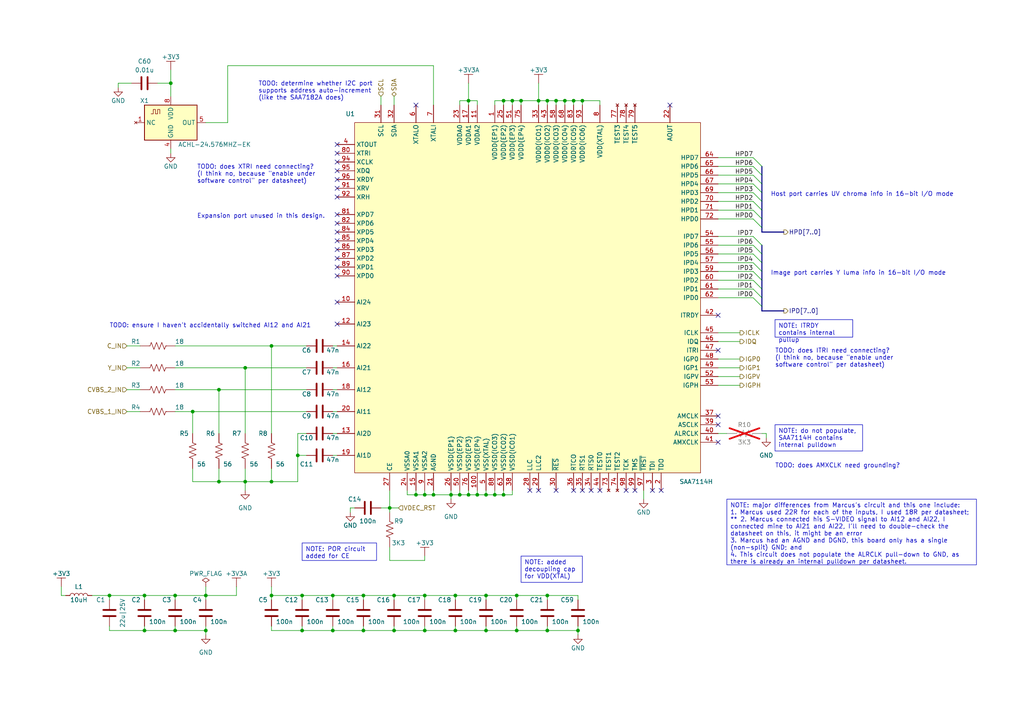
<source format=kicad_sch>
(kicad_sch (version 20231120) (generator "eeschema") (generator_version "8.0")
  (paper "A4")
  (title_block (title "Time Base Corrector and Video Scaler") (date "2024-01-15") (rev "1"))
  (lib_symbols
    (symbol "tbc:+3V3" (power) (pin_numbers hide) (pin_names (offset 1.016) hide)
      (property "Value" "+3V3" (at 0 3.81 0))
      (symbol "+3V3_0_1"
        (polyline (pts (xy -1.27 2.54) (xy 1.27 2.54)))
        (polyline (pts (xy 0 0) (xy 0 2.54)))
      )
      (symbol "+3V3_1_1"
        (pin power_in line (at 0 0 90) (length 0) hide (name "+3V3") (number "1"))
      )
    )
    (symbol "tbc:+3V3A" (power) (pin_numbers hide) (pin_names (offset 1.016) hide)
      (property "Value" "+3V3A" (at 0 3.81 0))
      (symbol "+3V3A_0_1"
        (polyline (pts (xy -1.27 2.54) (xy 1.27 2.54)))
        (polyline (pts (xy 0 0) (xy 0 2.54)))
      )
      (symbol "+3V3A_1_1"
        (pin power_in line (at 0 0 90) (length 0) hide (name "+3V3A") (number "1"))
      )
    )
    (symbol "tbc:ACHL-24.576MHZ-EK"
      (property "Reference" "X" (at -7.62 6.35 0))
      (property "Value" "ACHL-24.576MHZ-EK" (at 1.27 -6.35 0))
      (symbol "ACHL-24.576MHZ-EK_0_1"
        (rectangle (start -7.62 5.08) (end 7.62 -5.08) (stroke (width 0.254)) (fill (type background)))
        (polyline (pts (xy -5.715 2.54) (xy -5.08 2.54) (xy -5.08 3.81) (xy -4.445 3.81) (xy -4.445 2.54) (xy -3.81 2.54) (xy -3.81 3.81) (xy -3.175 3.81) (xy -3.175 2.54)))
      )
      (symbol "ACHL-24.576MHZ-EK_1_1"
        (pin no_connect line (at -10.16 0 0) (length 2.54) (name "NC") (number "1"))
        (pin power_in line (at 0 -7.62 90) (length 2.54) (name "GND") (number "4"))
        (pin output line (at 10.16 0 180) (length 2.54) (name "OUT") (number "5"))
        (pin power_in line (at 0 7.62 270) (length 2.54) (name "VDD") (number "8"))
      )
    )
    (symbol "tbc:DFE201610E-100M=P2" (pin_numbers hide) (pin_names hide)
      (property "Reference" "L" (at -3.81 2.54 0))
      (property "Value" "10uH" (at 0 -1.27 0))
      (symbol "DFE201610E-100M=P2_0_1"
        (arc (start -1.27 0) (mid -1.905 0.6323) (end -2.54 0))
        (arc (start 0 0) (mid -0.635 0.6323) (end -1.27 0))
        (arc (start 1.27 0) (mid 0.635 0.6323) (end 0 0))
        (arc (start 2.54 0) (mid 1.905 0.6323) (end 1.27 0))
      )
      (symbol "DFE201610E-100M=P2_1_1"
        (pin passive line (at -3.81 0 0) (length 1.27) (name "1") (number "1"))
        (pin passive line (at 3.81 0 180) (length 1.27) (name "2") (number "2"))
      )
    )
    (symbol "tbc:GCJ188R71E473KA01D" (pin_numbers hide) (pin_names (offset 1.016))
      (property "Reference" "C" (at 0 3.81 0))
      (property "Value" "47n" (at 0 -3.81 0))
      (symbol "GCJ188R71E473KA01D_0_1"
        (rectangle (start -0.889 1.778) (end -0.889 -1.778) (stroke (width 0.508)))
        (rectangle (start 0.889 1.778) (end 0.889 -1.778) (stroke (width 0.508)))
      )
      (symbol "GCJ188R71E473KA01D_1_1"
        (pin passive line (at -3.81 0 0) (length 2.794) (name "~") (number "1"))
        (pin passive line (at 3.81 0 180) (length 2.794) (name "~") (number "2"))
      )
    )
    (symbol "tbc:GCJ188R71H104KA12D" (pin_numbers hide) (pin_names (offset 1.016))
      (property "Reference" "C" (at 0 3.81 0))
      (property "Value" "100n" (at 0 -3.81 0))
      (symbol "GCJ188R71H104KA12D_0_1"
        (rectangle (start -0.889 1.778) (end -0.889 -1.778) (stroke (width 0.508)))
        (rectangle (start 0.889 1.778) (end 0.889 -1.778) (stroke (width 0.508)))
      )
      (symbol "GCJ188R71H104KA12D_1_1"
        (pin passive line (at -3.81 0 0) (length 2.794) (name "~") (number "1"))
        (pin passive line (at 3.81 0 180) (length 2.794) (name "~") (number "2"))
      )
    )
    (symbol "tbc:GCM188R71H103KA37J" (pin_numbers hide) (pin_names (offset 1.016))
      (property "Reference" "C" (at 0 3.81 0))
      (property "Value" "0.01u" (at 0 -3.81 0))
      (symbol "GCM188R71H103KA37J_0_1"
        (rectangle (start -0.889 1.778) (end -0.889 -1.778) (stroke (width 0.508)))
        (rectangle (start 0.889 1.778) (end 0.889 -1.778) (stroke (width 0.508)))
      )
      (symbol "GCM188R71H103KA37J_1_1"
        (pin passive line (at -3.81 0 0) (length 2.794) (name "~") (number "1"))
        (pin passive line (at 3.81 0 180) (length 2.794) (name "~") (number "2"))
      )
    )
    (symbol "tbc:GND" (power) (pin_numbers hide) (pin_names (offset 0) hide)
      (property "Value" "GND" (at 0 -3.81 0))
      (symbol "GND_0_1"
        (polyline (pts (xy 0 0) (xy 0 -1.27) (xy 1.27 -1.27) (xy 0 -2.54) (xy -1.27 -1.27) (xy 0 -1.27)))
      )
      (symbol "GND_1_1"
        (pin power_in line (at 0 0 270) (length 0) hide (name "GND") (number "1"))
      )
    )
    (symbol "tbc:GRM32ER71E226KE15L" (pin_numbers hide) (pin_names (offset 1.016))
      (property "Reference" "C" (at 0 3.81 0))
      (property "Value" "22u|25V" (at 0 -3.81 0))
      (symbol "GRM32ER71E226KE15L_0_1"
        (rectangle (start -0.889 1.778) (end -0.889 -1.778) (stroke (width 0.508)))
        (rectangle (start 0.889 1.778) (end 0.889 -1.778) (stroke (width 0.508)))
      )
      (symbol "GRM32ER71E226KE15L_1_1"
        (pin passive line (at -3.81 0 0) (length 2.794) (name "~") (number "1"))
        (pin passive line (at 3.81 0 180) (length 2.794) (name "~") (number "2"))
      )
    )
    (symbol "tbc:PWR_FLAG" (power) (pin_numbers hide) (pin_names (offset 0) hide)
      (property "Value" "PWR_FLAG" (at 0 3.81 0))
      (symbol "PWR_FLAG_0_0"
        (pin power_out line (at 0 0 90) (length 0) (name "pwr") (number "1"))
      )
      (symbol "PWR_FLAG_0_1"
        (polyline (pts (xy 0 0) (xy 0 1.27) (xy -1.016 1.905) (xy 0 2.54) (xy 1.016 1.905) (xy 0 1.27)))
      )
    )
    (symbol "tbc:RC0603FR-0718RL" (pin_numbers hide) (pin_names (offset 1.016))
      (property "Reference" "R" (at -2.54 2.54 0))
      (property "Value" "18" (at 0 -2.54 0))
      (symbol "RC0603FR-0718RL_0_1"
        (polyline (pts (xy -2.2225 0) (xy -2.4765 0)))
        (polyline (pts (xy 2.3495 0) (xy 2.6035 0)))
        (polyline (pts (xy -2.2225 0) (xy -1.8415 1.016) (xy -1.4605 0) (xy -1.0795 -1.016) (xy -0.6985 0)))
        (polyline (pts (xy -0.6985 0) (xy -0.3175 1.016) (xy 0.0635 0) (xy 0.4445 -1.016) (xy 0.8255 0)))
        (polyline (pts (xy 0.8255 0) (xy 1.2065 1.016) (xy 1.5875 0) (xy 1.9685 -1.016) (xy 2.3495 0)))
      )
      (symbol "RC0603FR-0718RL_1_1"
        (pin passive line (at -5.08 0 0) (length 2.54) (name "~") (number "1"))
        (pin passive line (at 5.08 0 180) (length 2.54) (name "~") (number "2"))
      )
    )
    (symbol "tbc:RC0603FR-073K3L" (pin_numbers hide) (pin_names (offset 1.016))
      (property "Reference" "R" (at 0 -2.54 0))
      (property "Value" "3K3" (at 0 2.54 0))
      (symbol "RC0603FR-073K3L_0_1"
        (polyline (pts (xy -2.2225 0) (xy -2.4765 0)))
        (polyline (pts (xy 2.3495 0) (xy 2.6035 0)))
        (polyline (pts (xy -2.2225 0) (xy -1.8415 1.016) (xy -1.4605 0) (xy -1.0795 -1.016) (xy -0.6985 0)))
        (polyline (pts (xy -0.6985 0) (xy -0.3175 1.016) (xy 0.0635 0) (xy 0.4445 -1.016) (xy 0.8255 0)))
        (polyline (pts (xy 0.8255 0) (xy 1.2065 1.016) (xy 1.5875 0) (xy 1.9685 -1.016) (xy 2.3495 0)))
      )
      (symbol "RC0603FR-073K3L_1_1"
        (pin passive line (at -5.08 0 0) (length 2.54) (name "~") (number "1"))
        (pin passive line (at 5.08 0 180) (length 2.54) (name "~") (number "2"))
      )
    )
    (symbol "tbc:RC0603FR-0756RL" (pin_numbers hide) (pin_names (offset 1.016))
      (property "Reference" "R" (at -2.54 2.54 0))
      (property "Value" "56" (at 0 -2.54 0))
      (symbol "RC0603FR-0756RL_0_1"
        (polyline (pts (xy -2.2225 0) (xy -2.4765 0)))
        (polyline (pts (xy 2.3495 0) (xy 2.6035 0)))
        (polyline (pts (xy -2.2225 0) (xy -1.8415 1.016) (xy -1.4605 0) (xy -1.0795 -1.016) (xy -0.6985 0)))
        (polyline (pts (xy -0.6985 0) (xy -0.3175 1.016) (xy 0.0635 0) (xy 0.4445 -1.016) (xy 0.8255 0)))
        (polyline (pts (xy 0.8255 0) (xy 1.2065 1.016) (xy 1.5875 0) (xy 1.9685 -1.016) (xy 2.3495 0)))
      )
      (symbol "RC0603FR-0756RL_1_1"
        (pin passive line (at -5.08 0 0) (length 2.54) (name "~") (number "1"))
        (pin passive line (at 5.08 0 180) (length 2.54) (name "~") (number "2"))
      )
    )
    (symbol "tbc:SAA7114H"
      (property "Reference" "U" (at -50.8 53.34 0))
      (property "Value" "SAA7114H" (at -6.35 45.72 90))
      (symbol "SAA7114H_1_1"
        (rectangle (start -50.8 50.8) (end 49.53 -50.8) (fill (type background)))
        (pin power_in line (at -10.16 55.88 270) (length 5.08) (name "VDDD(EP1)") (number "1"))
        (pin input line (at -55.88 -1.27 0) (length 5.08) (name "AI24") (number "10"))
        (pin power_in line (at -15.24 -55.88 90) (length 5.08) (name "VSSD(EP4)") (number "100"))
        (pin power_in line (at -15.24 55.88 270) (length 5.08) (name "VDDA2") (number "11"))
        (pin input line (at -55.88 -7.62 0) (length 5.08) (name "AI23") (number "12"))
        (pin input line (at -55.88 -39.37 0) (length 5.08) (name "AI2D") (number "13"))
        (pin input line (at -55.88 -13.97 0) (length 5.08) (name "AI22") (number "14"))
        (pin power_in line (at -33.02 -55.88 90) (length 5.08) (name "VSSA1") (number "15"))
        (pin input line (at -55.88 -20.32 0) (length 5.08) (name "AI21") (number "16"))
        (pin power_in line (at -17.78 55.88 270) (length 5.08) (name "VDDA1") (number "17"))
        (pin input line (at -55.88 -26.67 0) (length 5.08) (name "AI12") (number "18"))
        (pin input line (at -55.88 -45.72 0) (length 5.08) (name "AI1D") (number "19"))
        (pin tri_state line (at 38.1 -55.88 90) (length 5.08) (name "TDO") (number "2"))
        (pin input line (at -55.88 -33.02 0) (length 5.08) (name "AI11") (number "20"))
        (pin power_in line (at -27.94 -55.88 90) (length 5.08) (name "AGND") (number "21"))
        (pin output line (at 40.64 55.88 270) (length 5.08) (name "AOUT") (number "22"))
        (pin power_in line (at -20.32 55.88 270) (length 5.08) (name "VDDA0") (number "23"))
        (pin power_in line (at -35.56 -55.88 90) (length 5.08) (name "VSSA0") (number "24"))
        (pin power_in line (at -7.62 55.88 270) (length 5.08) (name "VDDD(EP2)") (number "25"))
        (pin power_in line (at -22.86 -55.88 90) (length 5.08) (name "VSSD(EP1)") (number "26"))
        (pin input line (at -40.64 -55.88 90) (length 5.08) (name "CE") (number "27"))
        (pin output line (at 0 -55.88 90) (length 5.08) (name "LLC") (number "28"))
        (pin output line (at 2.54 -55.88 90) (length 5.08) (name "LLC2") (number "29"))
        (pin input line (at 35.56 -55.88 90) (length 5.08) (name "TDI") (number "3"))
        (pin output line (at 7.62 -55.88 90) (length 5.08) (name "~{RES}") (number "30"))
        (pin input line (at -43.18 55.88 270) (length 5.08) (name "SCL") (number "31"))
        (pin bidirectional line (at -39.37 55.88 270) (length 5.08) (name "SDA") (number "32"))
        (pin power_in line (at 2.54 55.88 270) (length 5.08) (name "VDDD(ICO1)") (number "33"))
        (pin output line (at 17.78 -55.88 90) (length 5.08) (name "RTS0") (number "34"))
        (pin output line (at 15.24 -55.88 90) (length 5.08) (name "RTS1") (number "35"))
        (pin output line (at 12.7 -55.88 90) (length 5.08) (name "RTCO") (number "36"))
        (pin output line (at 54.61 -34.29 180) (length 5.08) (name "AMCLK") (number "37"))
        (pin power_in line (at -5.08 -55.88 90) (length 5.08) (name "VSSD(ICO1)") (number "38"))
        (pin output line (at 54.61 -36.83 180) (length 5.08) (name "ASCLK") (number "39"))
        (pin output line (at -55.88 44.45 0) (length 5.08) (name "XTOUT") (number "4"))
        (pin output line (at 54.61 -39.37 180) (length 5.08) (name "ALRCLK") (number "40"))
        (pin input line (at 54.61 -41.91 180) (length 5.08) (name "AMXCLK") (number "41"))
        (pin input line (at 54.61 -5.08 180) (length 5.08) (name "ITRDY") (number "42"))
        (pin power_in line (at 5.08 55.88 270) (length 5.08) (name "VDDD(ICO2)") (number "43"))
        (pin output line (at 20.32 -55.88 90) (length 5.08) (name "TEST0") (number "44"))
        (pin bidirectional line (at 54.61 -10.16 180) (length 5.08) (name "ICLK") (number "45"))
        (pin output line (at 54.61 -12.7 180) (length 5.08) (name "IDQ") (number "46"))
        (pin input line (at 54.61 -15.24 180) (length 5.08) (name "ITRI") (number "47"))
        (pin output line (at 54.61 -17.78 180) (length 5.08) (name "IGP0") (number "48"))
        (pin output line (at 54.61 -20.32 180) (length 5.08) (name "IGP1") (number "49"))
        (pin power_in line (at -12.7 -55.88 90) (length 5.08) (name "VSS(XTAL)") (number "5"))
        (pin power_in line (at -20.32 -55.88 90) (length 5.08) (name "VSSD(EP2)") (number "50"))
        (pin power_in line (at -5.08 55.88 270) (length 5.08) (name "VDDD(EP3)") (number "51"))
        (pin output line (at 54.61 -22.86 180) (length 5.08) (name "IGPV") (number "52"))
        (pin output line (at 54.61 -25.4 180) (length 5.08) (name "IGPH") (number "53"))
        (pin output line (at 54.61 17.78 180) (length 5.08) (name "IPD7") (number "54"))
        (pin output line (at 54.61 15.24 180) (length 5.08) (name "IPD6") (number "55"))
        (pin output line (at 54.61 12.7 180) (length 5.08) (name "IPD5") (number "56"))
        (pin output line (at 54.61 10.16 180) (length 5.08) (name "IPD4") (number "57"))
        (pin power_in line (at 7.62 55.88 270) (length 5.08) (name "VDDD(ICO3)") (number "58"))
        (pin output line (at 54.61 7.62 180) (length 5.08) (name "IPD3") (number "59"))
        (pin output line (at -33.02 55.88 270) (length 5.08) (name "XTALO") (number "6"))
        (pin output line (at 54.61 5.08 180) (length 5.08) (name "IPD2") (number "60"))
        (pin output line (at 54.61 2.54 180) (length 5.08) (name "IPD1") (number "61"))
        (pin output line (at 54.61 0 180) (length 5.08) (name "IPD0") (number "62"))
        (pin power_in line (at -7.62 -55.88 90) (length 5.08) (name "VSSD(ICO2)") (number "63"))
        (pin bidirectional line (at 54.61 40.64 180) (length 5.08) (name "HPD7") (number "64"))
        (pin bidirectional line (at 54.61 38.1 180) (length 5.08) (name "HPD6") (number "65"))
        (pin bidirectional line (at 54.61 35.56 180) (length 5.08) (name "HPD5") (number "66"))
        (pin bidirectional line (at 54.61 33.02 180) (length 5.08) (name "HPD4") (number "67"))
        (pin power_in line (at 10.16 55.88 270) (length 5.08) (name "VDDD(ICO4)") (number "68"))
        (pin bidirectional line (at 54.61 30.48 180) (length 5.08) (name "HPD3") (number "69"))
        (pin input line (at -27.94 55.88 270) (length 5.08) (name "XTALI") (number "7"))
        (pin bidirectional line (at 54.61 27.94 180) (length 5.08) (name "HPD2") (number "70"))
        (pin bidirectional line (at 54.61 25.4 180) (length 5.08) (name "HPD1") (number "71"))
        (pin bidirectional line (at 54.61 22.86 180) (length 5.08) (name "HPD0") (number "72"))
        (pin no_connect line (at 22.86 -55.88 90) (length 5.08) (name "TEST1") (number "73"))
        (pin no_connect line (at 25.4 -55.88 90) (length 5.08) (name "TEST2") (number "74"))
        (pin power_in line (at -2.54 55.88 270) (length 5.08) (name "VDDD(EP4)") (number "75"))
        (pin power_in line (at -17.78 -55.88 90) (length 5.08) (name "VSSD(EP3)") (number "76"))
        (pin no_connect line (at 25.4 55.88 270) (length 5.08) (name "TEST3") (number "77"))
        (pin no_connect line (at 27.94 55.88 270) (length 5.08) (name "TEST4") (number "78"))
        (pin no_connect line (at 30.48 55.88 270) (length 5.08) (name "TEST5") (number "79"))
        (pin power_in line (at 20.32 55.88 270) (length 5.08) (name "VDD(XTAL)") (number "8"))
        (pin input line (at -55.88 41.91 0) (length 5.08) (name "XTRI") (number "80"))
        (pin bidirectional line (at -55.88 24.13 0) (length 5.08) (name "XPD7") (number "81"))
        (pin bidirectional line (at -55.88 21.59 0) (length 5.08) (name "XPD6") (number "82"))
        (pin power_in line (at 12.7 55.88 270) (length 5.08) (name "VDDD(ICO5)") (number "83"))
        (pin bidirectional line (at -55.88 19.05 0) (length 5.08) (name "XPD5") (number "84"))
        (pin bidirectional line (at -55.88 16.51 0) (length 5.08) (name "XPD4") (number "85"))
        (pin bidirectional line (at -55.88 13.97 0) (length 5.08) (name "XPD3") (number "86"))
        (pin bidirectional line (at -55.88 11.43 0) (length 5.08) (name "XPD2") (number "87"))
        (pin power_in line (at -10.16 -55.88 90) (length 5.08) (name "VSSD(ICO3)") (number "88"))
        (pin bidirectional line (at -55.88 8.89 0) (length 5.08) (name "XPD1") (number "89"))
        (pin power_in line (at -30.48 -55.88 90) (length 5.08) (name "VSSA2") (number "9"))
        (pin bidirectional line (at -55.88 6.35 0) (length 5.08) (name "XPD0") (number "90"))
        (pin bidirectional line (at -55.88 31.75 0) (length 5.08) (name "XRV") (number "91"))
        (pin bidirectional line (at -55.88 29.21 0) (length 5.08) (name "XRH") (number "92"))
        (pin power_in line (at 15.24 55.88 270) (length 5.08) (name "VDDD(ICO6)") (number "93"))
        (pin bidirectional line (at -55.88 39.37 0) (length 5.08) (name "XCLK") (number "94"))
        (pin bidirectional line (at -55.88 36.83 0) (length 5.08) (name "XDQ") (number "95"))
        (pin output line (at -55.88 34.29 0) (length 5.08) (name "XRDY") (number "96"))
        (pin input line (at 33.02 -55.88 90) (length 5.08) (name "~{TRST}") (number "97"))
        (pin input line (at 27.94 -55.88 90) (length 5.08) (name "TCK") (number "98"))
        (pin input line (at 30.48 -55.88 90) (length 5.08) (name "TMS") (number "99"))
      )
    )
  )
  (junction (at 114.3 172.72))
  (junction (at 149.86 182.88))
  (junction (at 140.97 143.51))
  (junction (at 168.91 29.21))
  (junction (at 167.64 182.88))
  (junction (at 163.83 29.21))
  (junction (at 149.86 172.72))
  (junction (at 63.5 113.03))
  (junction (at 146.05 29.21))
  (junction (at 59.69 182.88))
  (junction (at 87.63 172.72))
  (junction (at 41.91 172.72))
  (junction (at 148.59 29.21))
  (junction (at 135.89 29.21))
  (junction (at 71.12 139.7))
  (junction (at 166.37 29.21))
  (junction (at 140.97 182.88))
  (junction (at 49.53 24.13))
  (junction (at 132.08 182.88))
  (junction (at 86.36 132.08))
  (junction (at 120.65 143.51))
  (junction (at 78.74 100.33))
  (junction (at 158.75 172.72))
  (junction (at 50.8 182.88))
  (junction (at 130.81 143.51))
  (junction (at 55.88 119.38))
  (junction (at 50.8 172.72))
  (junction (at 125.73 143.51))
  (junction (at 96.52 172.72))
  (junction (at 135.89 143.51))
  (junction (at 143.51 143.51))
  (junction (at 123.19 172.72))
  (junction (at 123.19 143.51))
  (junction (at 63.5 139.7))
  (junction (at 114.3 182.88))
  (junction (at 78.74 139.7))
  (junction (at 158.75 29.21))
  (junction (at 41.91 182.88))
  (junction (at 133.35 143.51))
  (junction (at 59.69 172.72))
  (junction (at 151.13 29.21))
  (junction (at 105.41 182.88))
  (junction (at 138.43 143.51))
  (junction (at 156.21 29.21))
  (junction (at 113.03 147.32))
  (junction (at 140.97 172.72))
  (junction (at 31.75 172.72))
  (junction (at 87.63 182.88))
  (junction (at 161.29 29.21))
  (junction (at 96.52 182.88))
  (junction (at 78.74 172.72))
  (junction (at 146.05 143.51))
  (junction (at 71.12 106.68))
  (junction (at 123.19 182.88))
  (junction (at 158.75 182.88))
  (junction (at 132.08 172.72))
  (junction (at 105.41 172.72))
  (no_connect (at 97.79 67.31))
  (no_connect (at 189.23 142.24))
  (no_connect (at 97.79 87.63))
  (no_connect (at 97.79 41.91))
  (no_connect (at 208.28 101.6))
  (no_connect (at 120.65 30.48))
  (no_connect (at 208.28 91.44))
  (no_connect (at 168.91 142.24))
  (no_connect (at 171.45 142.24))
  (no_connect (at 97.79 69.85))
  (no_connect (at 181.61 142.24))
  (no_connect (at 97.79 74.93))
  (no_connect (at 97.79 57.15))
  (no_connect (at 173.99 142.24))
  (no_connect (at 208.28 128.27))
  (no_connect (at 97.79 72.39))
  (no_connect (at 184.15 142.24))
  (no_connect (at 194.31 30.48))
  (no_connect (at 97.79 62.23))
  (no_connect (at 97.79 77.47))
  (no_connect (at 97.79 80.01))
  (no_connect (at 97.79 49.53))
  (no_connect (at 153.67 142.24))
  (no_connect (at 97.79 52.07))
  (no_connect (at 161.29 142.24))
  (no_connect (at 97.79 93.98))
  (no_connect (at 97.79 64.77))
  (no_connect (at 97.79 54.61))
  (no_connect (at 166.37 142.24))
  (no_connect (at 191.77 142.24))
  (no_connect (at 208.28 120.65))
  (no_connect (at 156.21 142.24))
  (no_connect (at 97.79 44.45))
  (no_connect (at 97.79 46.99))
  (no_connect (at 208.28 123.19))
  (bus_entry (at 218.44 73.66) (size 2.54 2.54))
  (bus_entry (at 218.44 45.72) (size 2.54 2.54))
  (bus_entry (at 218.44 48.26) (size 2.54 2.54))
  (bus_entry (at 218.44 63.5) (size 2.54 2.54))
  (bus_entry (at 218.44 86.36) (size 2.54 2.54))
  (bus_entry (at 218.44 78.74) (size 2.54 2.54))
  (bus_entry (at 218.44 58.42) (size 2.54 2.54))
  (bus_entry (at 218.44 60.96) (size 2.54 2.54))
  (bus_entry (at 218.44 81.28) (size 2.54 2.54))
  (bus_entry (at 218.44 76.2) (size 2.54 2.54))
  (bus_entry (at 218.44 83.82) (size 2.54 2.54))
  (bus_entry (at 218.44 50.8) (size 2.54 2.54))
  (bus_entry (at 218.44 71.12) (size 2.54 2.54))
  (bus_entry (at 218.44 55.88) (size 2.54 2.54))
  (bus_entry (at 218.44 68.58) (size 2.54 2.54))
  (bus_entry (at 218.44 53.34) (size 2.54 2.54))
  (wire (pts (xy 87.63 172.72) (xy 96.52 172.72)))
  (wire (pts (xy 38.1 24.13) (xy 34.29 24.13)))
  (wire (pts (xy 49.53 24.13) (xy 49.53 27.94)))
  (wire (pts (xy 59.69 35.56) (xy 66.04 35.56)))
  (wire (pts (xy 49.53 20.32) (xy 49.53 24.13)))
  (bus (pts (xy 220.98 88.9) (xy 220.98 90.17)))
  (bus (pts (xy 220.98 86.36) (xy 220.98 88.9)))
  (wire (pts (xy 123.19 172.72) (xy 123.19 173.99)))
  (wire (pts (xy 113.03 162.56) (xy 123.19 162.56)))
  (wire (pts (xy 158.75 172.72) (xy 158.75 173.99)))
  (bus (pts (xy 220.98 66.04) (xy 220.98 67.31)))
  (wire (pts (xy 96.52 172.72) (xy 96.52 173.99)))
  (wire (pts (xy 68.58 170.18) (xy 68.58 172.72)))
  (wire (pts (xy 130.81 143.51) (xy 133.35 143.51)))
  (wire (pts (xy 78.74 181.61) (xy 78.74 182.88)))
  (wire (pts (xy 50.8 100.33) (xy 78.74 100.33)))
  (wire (pts (xy 208.28 50.8) (xy 218.44 50.8)))
  (wire (pts (xy 86.36 132.08) (xy 86.36 139.7)))
  (wire (pts (xy 208.28 60.96) (xy 218.44 60.96)))
  (wire (pts (xy 87.63 173.99) (xy 87.63 172.72)))
  (wire (pts (xy 208.28 76.2) (xy 218.44 76.2)))
  (wire (pts (xy 86.36 125.73) (xy 86.36 132.08)))
  (wire (pts (xy 208.28 63.5) (xy 218.44 63.5)))
  (wire (pts (xy 158.75 29.21) (xy 158.75 30.48)))
  (wire (pts (xy 222.25 125.73) (xy 222.25 127)))
  (wire (pts (xy 41.91 181.61) (xy 41.91 182.88)))
  (wire (pts (xy 26.67 172.72) (xy 31.75 172.72)))
  (wire (pts (xy 208.28 71.12) (xy 218.44 71.12)))
  (wire (pts (xy 208.28 83.82) (xy 218.44 83.82)))
  (wire (pts (xy 50.8 172.72) (xy 50.8 173.99)))
  (wire (pts (xy 123.19 143.51) (xy 125.73 143.51)))
  (wire (pts (xy 149.86 182.88) (xy 158.75 182.88)))
  (wire (pts (xy 50.8 119.38) (xy 55.88 119.38)))
  (wire (pts (xy 167.64 181.61) (xy 167.64 182.88)))
  (wire (pts (xy 135.89 29.21) (xy 135.89 30.48)))
  (wire (pts (xy 133.35 143.51) (xy 135.89 143.51)))
  (wire (pts (xy 114.3 172.72) (xy 123.19 172.72)))
  (bus (pts (xy 220.98 67.31) (xy 227.33 67.31)))
  (wire (pts (xy 88.9 132.08) (xy 86.36 132.08)))
  (wire (pts (xy 123.19 181.61) (xy 123.19 182.88)))
  (wire (pts (xy 140.97 182.88) (xy 149.86 182.88)))
  (wire (pts (xy 118.11 142.24) (xy 118.11 143.51)))
  (wire (pts (xy 71.12 139.7) (xy 71.12 142.24)))
  (wire (pts (xy 167.64 182.88) (xy 158.75 182.88)))
  (wire (pts (xy 208.28 81.28) (xy 218.44 81.28)))
  (wire (pts (xy 208.28 68.58) (xy 218.44 68.58)))
  (wire (pts (xy 63.5 113.03) (xy 63.5 125.73)))
  (wire (pts (xy 59.69 170.18) (xy 59.69 172.72)))
  (wire (pts (xy 36.83 106.68) (xy 40.64 106.68)))
  (wire (pts (xy 78.74 170.18) (xy 78.74 172.72)))
  (wire (pts (xy 135.89 29.21) (xy 138.43 29.21)))
  (wire (pts (xy 86.36 125.73) (xy 88.9 125.73)))
  (wire (pts (xy 146.05 142.24) (xy 146.05 143.51)))
  (wire (pts (xy 110.49 147.32) (xy 113.03 147.32)))
  (wire (pts (xy 135.89 142.24) (xy 135.89 143.51)))
  (wire (pts (xy 140.97 143.51) (xy 143.51 143.51)))
  (bus (pts (xy 220.98 50.8) (xy 220.98 53.34)))
  (wire (pts (xy 105.41 172.72) (xy 105.41 173.99)))
  (wire (pts (xy 208.28 111.76) (xy 214.63 111.76)))
  (wire (pts (xy 138.43 29.21) (xy 138.43 30.48)))
  (wire (pts (xy 41.91 173.99) (xy 41.91 172.72)))
  (wire (pts (xy 166.37 29.21) (xy 166.37 30.48)))
  (wire (pts (xy 59.69 181.61) (xy 59.69 182.88)))
  (wire (pts (xy 96.52 181.61) (xy 96.52 182.88)))
  (wire (pts (xy 173.99 29.21) (xy 168.91 29.21)))
  (wire (pts (xy 59.69 172.72) (xy 68.58 172.72)))
  (wire (pts (xy 149.86 181.61) (xy 149.86 182.88)))
  (wire (pts (xy 17.78 170.18) (xy 17.78 172.72)))
  (bus (pts (xy 220.98 48.26) (xy 220.98 50.8)))
  (wire (pts (xy 163.83 29.21) (xy 163.83 30.48)))
  (bus (pts (xy 220.98 78.74) (xy 220.98 81.28)))
  (wire (pts (xy 78.74 100.33) (xy 78.74 125.73)))
  (wire (pts (xy 55.88 119.38) (xy 55.88 125.73)))
  (wire (pts (xy 135.89 24.13) (xy 135.89 29.21)))
  (wire (pts (xy 96.52 182.88) (xy 105.41 182.88)))
  (wire (pts (xy 140.97 172.72) (xy 149.86 172.72)))
  (wire (pts (xy 208.28 48.26) (xy 218.44 48.26)))
  (wire (pts (xy 87.63 181.61) (xy 87.63 182.88)))
  (wire (pts (xy 59.69 172.72) (xy 59.69 173.99)))
  (wire (pts (xy 158.75 181.61) (xy 158.75 182.88)))
  (bus (pts (xy 220.98 76.2) (xy 220.98 78.74)))
  (wire (pts (xy 132.08 182.88) (xy 140.97 182.88)))
  (wire (pts (xy 114.3 182.88) (xy 123.19 182.88)))
  (wire (pts (xy 132.08 172.72) (xy 132.08 173.99)))
  (wire (pts (xy 66.04 35.56) (xy 66.04 19.05)))
  (wire (pts (xy 148.59 29.21) (xy 148.59 30.48)))
  (wire (pts (xy 208.28 104.14) (xy 214.63 104.14)))
  (wire (pts (xy 31.75 182.88) (xy 41.91 182.88)))
  (bus (pts (xy 220.98 60.96) (xy 220.98 63.5)))
  (wire (pts (xy 123.19 182.88) (xy 132.08 182.88)))
  (wire (pts (xy 138.43 142.24) (xy 138.43 143.51)))
  (wire (pts (xy 36.83 119.38) (xy 40.64 119.38)))
  (wire (pts (xy 168.91 29.21) (xy 168.91 30.48)))
  (wire (pts (xy 151.13 29.21) (xy 156.21 29.21)))
  (wire (pts (xy 140.97 181.61) (xy 140.97 182.88)))
  (wire (pts (xy 123.19 142.24) (xy 123.19 143.51)))
  (wire (pts (xy 151.13 29.21) (xy 151.13 30.48)))
  (wire (pts (xy 63.5 139.7) (xy 71.12 139.7)))
  (wire (pts (xy 78.74 135.89) (xy 78.74 139.7)))
  (wire (pts (xy 140.97 142.24) (xy 140.97 143.51)))
  (wire (pts (xy 41.91 182.88) (xy 50.8 182.88)))
  (wire (pts (xy 71.12 139.7) (xy 78.74 139.7)))
  (wire (pts (xy 123.19 162.56) (xy 123.19 161.29)))
  (wire (pts (xy 55.88 119.38) (xy 88.9 119.38)))
  (wire (pts (xy 31.75 172.72) (xy 41.91 172.72)))
  (wire (pts (xy 17.78 172.72) (xy 19.05 172.72)))
  (wire (pts (xy 167.64 182.88) (xy 167.64 184.15)))
  (wire (pts (xy 114.3 181.61) (xy 114.3 182.88)))
  (wire (pts (xy 49.53 43.18) (xy 49.53 44.45)))
  (wire (pts (xy 132.08 172.72) (xy 140.97 172.72)))
  (wire (pts (xy 105.41 181.61) (xy 105.41 182.88)))
  (wire (pts (xy 161.29 29.21) (xy 161.29 30.48)))
  (wire (pts (xy 143.51 143.51) (xy 146.05 143.51)))
  (bus (pts (xy 220.98 83.82) (xy 220.98 86.36)))
  (wire (pts (xy 167.64 172.72) (xy 158.75 172.72)))
  (wire (pts (xy 130.81 143.51) (xy 130.81 144.78)))
  (wire (pts (xy 149.86 172.72) (xy 158.75 172.72)))
  (wire (pts (xy 59.69 182.88) (xy 59.69 184.15)))
  (wire (pts (xy 208.28 96.52) (xy 214.63 96.52)))
  (wire (pts (xy 163.83 29.21) (xy 166.37 29.21)))
  (wire (pts (xy 143.51 29.21) (xy 146.05 29.21)))
  (wire (pts (xy 63.5 113.03) (xy 88.9 113.03)))
  (bus (pts (xy 220.98 90.17) (xy 227.33 90.17)))
  (wire (pts (xy 113.03 158.75) (xy 113.03 162.56)))
  (wire (pts (xy 71.12 106.68) (xy 71.12 125.73)))
  (wire (pts (xy 208.28 109.22) (xy 214.63 109.22)))
  (wire (pts (xy 125.73 143.51) (xy 130.81 143.51)))
  (wire (pts (xy 96.52 113.03) (xy 97.79 113.03)))
  (wire (pts (xy 105.41 182.88) (xy 114.3 182.88)))
  (wire (pts (xy 96.52 106.68) (xy 97.79 106.68)))
  (wire (pts (xy 118.11 143.51) (xy 120.65 143.51)))
  (bus (pts (xy 220.98 58.42) (xy 220.98 60.96)))
  (wire (pts (xy 133.35 30.48) (xy 133.35 29.21)))
  (wire (pts (xy 31.75 172.72) (xy 31.75 173.99)))
  (wire (pts (xy 208.28 78.74) (xy 218.44 78.74)))
  (wire (pts (xy 96.52 125.73) (xy 97.79 125.73)))
  (wire (pts (xy 220.98 125.73) (xy 222.25 125.73)))
  (wire (pts (xy 149.86 172.72) (xy 149.86 173.99)))
  (bus (pts (xy 220.98 73.66) (xy 220.98 76.2)))
  (wire (pts (xy 113.03 142.24) (xy 113.03 147.32)))
  (wire (pts (xy 133.35 29.21) (xy 135.89 29.21)))
  (wire (pts (xy 161.29 29.21) (xy 163.83 29.21)))
  (wire (pts (xy 78.74 182.88) (xy 87.63 182.88)))
  (wire (pts (xy 87.63 182.88) (xy 96.52 182.88)))
  (wire (pts (xy 114.3 172.72) (xy 114.3 173.99)))
  (wire (pts (xy 34.29 24.13) (xy 34.29 25.4)))
  (wire (pts (xy 125.73 19.05) (xy 125.73 30.48)))
  (wire (pts (xy 120.65 143.51) (xy 123.19 143.51)))
  (wire (pts (xy 135.89 143.51) (xy 138.43 143.51)))
  (wire (pts (xy 55.88 139.7) (xy 63.5 139.7)))
  (wire (pts (xy 143.51 30.48) (xy 143.51 29.21)))
  (bus (pts (xy 220.98 81.28) (xy 220.98 83.82)))
  (wire (pts (xy 158.75 29.21) (xy 161.29 29.21)))
  (wire (pts (xy 78.74 172.72) (xy 78.74 173.99)))
  (wire (pts (xy 208.28 58.42) (xy 218.44 58.42)))
  (wire (pts (xy 133.35 142.24) (xy 133.35 143.51)))
  (wire (pts (xy 208.28 99.06) (xy 214.63 99.06)))
  (wire (pts (xy 45.72 24.13) (xy 49.53 24.13)))
  (wire (pts (xy 113.03 147.32) (xy 113.03 148.59)))
  (wire (pts (xy 63.5 135.89) (xy 63.5 139.7)))
  (wire (pts (xy 208.28 53.34) (xy 218.44 53.34)))
  (wire (pts (xy 143.51 142.24) (xy 143.51 143.51)))
  (wire (pts (xy 123.19 172.72) (xy 132.08 172.72)))
  (wire (pts (xy 146.05 29.21) (xy 146.05 30.48)))
  (wire (pts (xy 208.28 106.68) (xy 214.63 106.68)))
  (wire (pts (xy 36.83 113.03) (xy 40.64 113.03)))
  (wire (pts (xy 208.28 86.36) (xy 218.44 86.36)))
  (wire (pts (xy 55.88 135.89) (xy 55.88 139.7)))
  (wire (pts (xy 41.91 172.72) (xy 50.8 172.72)))
  (wire (pts (xy 148.59 29.21) (xy 151.13 29.21)))
  (bus (pts (xy 220.98 55.88) (xy 220.98 58.42)))
  (wire (pts (xy 66.04 19.05) (xy 125.73 19.05)))
  (wire (pts (xy 208.28 125.73) (xy 210.82 125.73)))
  (wire (pts (xy 138.43 143.51) (xy 140.97 143.51)))
  (wire (pts (xy 186.69 142.24) (xy 186.69 144.78)))
  (wire (pts (xy 101.6 147.32) (xy 101.6 148.59)))
  (wire (pts (xy 96.52 100.33) (xy 97.79 100.33)))
  (bus (pts (xy 220.98 53.34) (xy 220.98 55.88)))
  (wire (pts (xy 36.83 100.33) (xy 40.64 100.33)))
  (wire (pts (xy 208.28 55.88) (xy 218.44 55.88)))
  (wire (pts (xy 120.65 143.51) (xy 120.65 142.24)))
  (wire (pts (xy 105.41 172.72) (xy 114.3 172.72)))
  (wire (pts (xy 167.64 173.99) (xy 167.64 172.72)))
  (bus (pts (xy 220.98 71.12) (xy 220.98 73.66)))
  (wire (pts (xy 208.28 45.72) (xy 218.44 45.72)))
  (wire (pts (xy 96.52 119.38) (xy 97.79 119.38)))
  (wire (pts (xy 156.21 29.21) (xy 156.21 30.48)))
  (wire (pts (xy 31.75 181.61) (xy 31.75 182.88)))
  (wire (pts (xy 50.8 106.68) (xy 71.12 106.68)))
  (wire (pts (xy 78.74 172.72) (xy 87.63 172.72)))
  (wire (pts (xy 96.52 172.72) (xy 105.41 172.72)))
  (wire (pts (xy 125.73 143.51) (xy 125.73 142.24)))
  (wire (pts (xy 208.28 73.66) (xy 218.44 73.66)))
  (wire (pts (xy 166.37 29.21) (xy 168.91 29.21)))
  (wire (pts (xy 146.05 143.51) (xy 148.59 143.51)))
  (wire (pts (xy 50.8 172.72) (xy 59.69 172.72)))
  (wire (pts (xy 130.81 142.24) (xy 130.81 143.51)))
  (wire (pts (xy 86.36 139.7) (xy 78.74 139.7)))
  (wire (pts (xy 50.8 182.88) (xy 59.69 182.88)))
  (wire (pts (xy 114.3 27.94) (xy 114.3 30.48)))
  (wire (pts (xy 140.97 172.72) (xy 140.97 173.99)))
  (wire (pts (xy 156.21 29.21) (xy 158.75 29.21)))
  (wire (pts (xy 156.21 24.13) (xy 156.21 29.21)))
  (wire (pts (xy 78.74 100.33) (xy 88.9 100.33)))
  (wire (pts (xy 71.12 106.68) (xy 88.9 106.68)))
  (wire (pts (xy 50.8 181.61) (xy 50.8 182.88)))
  (wire (pts (xy 173.99 30.48) (xy 173.99 29.21)))
  (bus (pts (xy 220.98 63.5) (xy 220.98 66.04)))
  (wire (pts (xy 102.87 147.32) (xy 101.6 147.32)))
  (wire (pts (xy 96.52 132.08) (xy 97.79 132.08)))
  (wire (pts (xy 50.8 113.03) (xy 63.5 113.03)))
  (wire (pts (xy 110.49 27.94) (xy 110.49 30.48)))
  (wire (pts (xy 71.12 135.89) (xy 71.12 139.7)))
  (wire (pts (xy 113.03 147.32) (xy 115.57 147.32)))
  (wire (pts (xy 146.05 29.21) (xy 148.59 29.21)))
  (wire (pts (xy 132.08 181.61) (xy 132.08 182.88)))
  (wire (pts (xy 148.59 142.24) (xy 148.59 143.51)))
  (text_box "NOTE: ITRDY contains internal pullup" (at 224.79 92.71 0) (size 22.5425 5.08) (effects (font (size 1.27 1.27)) (justify left top)))
  (text_box "NOTE: do not populate, SAA7114H contains internal pulldown" (at 224.79 123.19 0) (size 25.4 7.62) (effects (font (size 1.27 1.27)) (justify left top)))
  (text_box "NOTE: added decoupling cap for VDD(XTAL)" (at 151.13 161.29 0) (size 17.78 7.62) (effects (font (size 1.27 1.27)) (justify left top)))
  (text_box "NOTE: POR circuit added for CE" (at 87.63 157.48 0) (size 21.59 5.08) (effects (font (size 1.27 1.27)) (justify left top)))
  (text_box "NOTE: major differences from Marcus's circuit and this one include:\n1. Marcus used 22R for each of the inputs, I used 18R per datasheet;\n** 2. Marcus connected his S-VIDEO signal to AI12 and AI22, I connected mine to AI21 and AI22, I'll need to double-check the datasheet on this, it might be an error\n3. Marcus had an AGND and DGND, this board only has a single (non-split) GND; and\n4. This circuit does not populate the ALRCLK pull-down to GND, as there is already an internal pulldown per datasheet." (at 210.82 144.78 0) (size 72.39 19.05) (effects (font (size 1.27 1.27)) (justify left top)))
  (text "Image port carries Y luma info in 16-bit I/O mode" (at 223.52 80.01 0) (effects (font (size 1.27 1.27)) (justify left bottom)))
  (text "TODO: ensure I haven't accidentally switched AI12 and AI21" (at 31.75 95.25 0) (effects (font (size 1.27 1.27)) (justify left bottom)))
  (text "TODO: does AMXCLK need grounding?" (at 224.79 135.89 0) (effects (font (size 1.27 1.27)) (justify left bottom)))
  (text "Host port carries UV chroma info in 16-bit I/O mode" (at 223.52 57.15 0) (effects (font (size 1.27 1.27)) (justify left bottom)))
  (text "TODO: determine whether I2C port\nsupports address auto-increment\n(like the SAA7182A does)" (at 74.93 29.21 0) (effects (font (size 1.27 1.27)) (justify left bottom)))
  (text "TODO: does ITRI need connecting?\n(I think no, because \"enable under\nsoftware control\" per datasheet)" (at 224.79 106.68 0) (effects (font (size 1.27 1.27)) (justify left bottom)))
  (text "TODO: does XTRI need connecting?\n(I think no, because \"enable under\nsoftware control\" per datasheet)" (at 57.15 53.34 0) (effects (font (size 1.27 1.27)) (justify left bottom)))
  (text "Expansion port unused in this design." (at 57.15 63.5 0) (effects (font (size 1.27 1.27)) (justify left bottom)))
  (label "IPD6" (at 218.44 71.12 180))
  (label "HPD2" (at 218.44 58.42 180))
  (label "IPD4" (at 218.44 76.2 180))
  (label "HPD0" (at 218.44 63.5 180))
  (label "IPD7" (at 218.44 68.58 180))
  (label "HPD3" (at 218.44 55.88 180))
  (label "IPD3" (at 218.44 78.74 180))
  (label "IPD1" (at 218.44 83.82 180))
  (label "HPD5" (at 218.44 50.8 180))
  (label "HPD4" (at 218.44 53.34 180))
  (label "IPD5" (at 218.44 73.66 180))
  (label "HPD6" (at 218.44 48.26 180))
  (label "HPD1" (at 218.44 60.96 180))
  (label "IPD0" (at 218.44 86.36 180))
  (label "HPD7" (at 218.44 45.72 180))
  (label "IPD2" (at 218.44 81.28 180))
  (hierarchical_label "ICLK" (shape output) (at 214.63 96.52 0))
  (hierarchical_label "VDEC_RST" (shape input) (at 115.57 147.32 0))
  (hierarchical_label "IGP0" (shape output) (at 214.63 104.14 0))
  (hierarchical_label "CVBS_2_IN" (shape input) (at 36.83 113.03 180))
  (hierarchical_label "IGPV" (shape output) (at 214.63 109.22 0))
  (hierarchical_label "IPD[7..0]" (shape output) (at 227.33 90.17 0))
  (hierarchical_label "SDA" (shape bidirectional) (at 114.3 27.94 90))
  (hierarchical_label "SCL" (shape input) (at 110.49 27.94 90))
  (hierarchical_label "IGPH" (shape output) (at 214.63 111.76 0))
  (hierarchical_label "IDQ" (shape output) (at 214.63 99.06 0))
  (hierarchical_label "C_IN" (shape input) (at 36.83 100.33 180))
  (hierarchical_label "CVBS_1_IN" (shape input) (at 36.83 119.38 180))
  (hierarchical_label "HPD[7..0]" (shape output) (at 227.33 67.31 0))
  (hierarchical_label "Y_IN" (shape input) (at 36.83 106.68 180))
  (hierarchical_label "IGP1" (shape output) (at 214.63 106.68 0))
  (symbol (lib_id "tbc:GCJ188R71E473KA01D") (at 92.71 113.03 0) (unit 1) (exclude_from_sim yes)
    (property "Reference" "C8" (at 88.9 114.3 0))
    (property "Value" "47n" (at 96.52 114.3 0))
    (property "Footprint" "tbc:C0603" (effects (hide yes)))
    (property "Datasheet" "https://au.mouser.com/datasheet/2/281/1/GCJ188R71E473KA01_02B-3140701.pdf" (effects (hide yes)))
    (property "Mouser" "81-GCJ188R71E473KA1D" (effects (hide yes)))
  )
  (symbol (lib_id "tbc:GRM32ER71E226KE15L") (at 31.75 177.8 90) (unit 1) (exclude_from_sim yes)
    (property "Reference" "C1" (at 29.21 173.99 90))
    (property "Value" "22u|25V" (at 35.56 177.8 0))
    (property "Footprint" "tbc:GRM32" (effects (hide yes)))
    (property "Datasheet" "https://www.mouser.com/datasheet/2/281/1/GRM32ER71E226KE15_04CA-1988287.pdf" (effects (hide yes)))
    (property "Mouser" " 81-GRM32ER71E226KE5L" (effects (hide yes)))
  )
  (symbol (lib_id "tbc:GND") (at 186.69 144.78 0) (unit 1) (exclude_from_sim yes)
    (property "Reference" "#PWR078" (effects (hide yes)))
    (property "Value" "GND" (at 186.69 148.59 0))
  )
  (symbol (lib_id "tbc:RC0603FR-0718RL") (at 45.72 113.03 0) (unit 1) (exclude_from_sim yes)
    (property "Reference" "R3" (at 39.37 111.76 0))
    (property "Value" "18" (at 52.07 111.76 0))
    (property "Footprint" "tbc:R0603" (effects (hide yes)))
    (property "Datasheet" "https://www.yageo.com/upload/media/product/products/datasheet/rchip/PYu-RC_Group_51_RoHS_L_12.pdf" (effects (hide yes)))
    (property "Mouser" "603-RC0603FR-0718RL" (effects (hide yes)))
  )
  (symbol (lib_id "tbc:RC0603FR-0756RL") (at 55.88 130.81 90) (unit 1) (exclude_from_sim yes)
    (property "Reference" "R5" (at 52.07 125.73 90) (effects (justify right)))
    (property "Value" "56" (at 58.42 134.62 90))
    (property "Footprint" "tbc:R0603" (effects (hide yes)))
    (property "Datasheet" "https://www.yageo.com/upload/media/product/products/datasheet/rchip/PYu-RC_Group_51_RoHS_L_12.pdf" (effects (hide yes)))
    (property "Mouser" " 603-RC0603FR-0756RL " (effects (hide yes)))
  )
  (symbol (lib_id "tbc:GND") (at 130.81 144.78 0) (unit 1) (exclude_from_sim yes)
    (property "Reference" "#PWR02" (effects (hide yes)))
    (property "Value" "GND" (at 130.81 149.86 0))
  )
  (symbol (lib_id "tbc:RC0603FR-0756RL") (at 71.12 130.81 90) (unit 1) (exclude_from_sim yes)
    (property "Reference" "R7" (at 67.31 125.73 90) (effects (justify right)))
    (property "Value" "56" (at 73.66 134.62 90))
    (property "Footprint" "tbc:R0603" (effects (hide yes)))
    (property "Datasheet" "https://www.yageo.com/upload/media/product/products/datasheet/rchip/PYu-RC_Group_51_RoHS_L_12.pdf" (effects (hide yes)))
    (property "Mouser" " 603-RC0603FR-0756RL " (effects (hide yes)))
  )
  (symbol (lib_id "tbc:GCJ188R71H104KA12D") (at 105.41 177.8 90) (unit 1) (exclude_from_sim yes)
    (property "Reference" "C15" (at 100.33 173.99 90) (effects (justify right)))
    (property "Value" "100n" (at 106.68 180.34 90) (effects (justify right)))
    (property "Footprint" "tbc:C0603" (effects (hide yes)))
    (property "Datasheet" "https://au.mouser.com/datasheet/2/281/1/GCJ188R71H104KA12_02B-3140350.pdf" (effects (hide yes)))
    (property "Mouser" " 81-GCJ188R71H104KA2D" (effects (hide yes)))
  )
  (symbol (lib_id "tbc:SAA7114H") (at 153.67 86.36 0) (unit 1) (exclude_from_sim yes)
    (property "Reference" "U1" (at 101.6 33.02 0))
    (property "Value" "SAA7114H" (at 201.93 139.7 0))
    (property "Footprint" "tbc:LQFP100_14x14x1.4mm_Pitch0.5mm" (effects (hide yes)))
  )
  (symbol (lib_id "tbc:GND") (at 167.64 184.15 0) (unit 1) (exclude_from_sim yes)
    (property "Reference" "#PWR028" (effects (hide yes)))
    (property "Value" "GND" (at 167.64 187.96 0))
  )
  (symbol (lib_id "tbc:GCJ188R71E473KA01D") (at 92.71 106.68 0) (unit 1) (exclude_from_sim yes)
    (property "Reference" "C7" (at 88.9 107.95 0))
    (property "Value" "47n" (at 96.52 107.95 0))
    (property "Footprint" "tbc:C0603" (effects (hide yes)))
    (property "Datasheet" "https://au.mouser.com/datasheet/2/281/1/GCJ188R71E473KA01_02B-3140701.pdf" (effects (hide yes)))
    (property "Mouser" "81-GCJ188R71E473KA1D" (effects (hide yes)))
  )
  (symbol (lib_id "tbc:GCJ188R71H104KA12D") (at 41.91 177.8 90) (unit 1) (exclude_from_sim yes)
    (property "Reference" "C2" (at 38.1 173.99 90) (effects (justify right)))
    (property "Value" "100n" (at 43.18 180.34 90) (effects (justify right)))
    (property "Footprint" "tbc:C0603" (effects (hide yes)))
    (property "Datasheet" "https://au.mouser.com/datasheet/2/281/1/GCJ188R71H104KA12_02B-3140350.pdf" (effects (hide yes)))
    (property "Mouser" " 81-GCJ188R71H104KA2D" (effects (hide yes)))
  )
  (symbol (lib_id "tbc:GCJ188R71H104KA12D") (at 96.52 177.8 90) (unit 1) (exclude_from_sim yes)
    (property "Reference" "C13" (at 91.44 173.99 90) (effects (justify right)))
    (property "Value" "100n" (at 97.79 180.34 90) (effects (justify right)))
    (property "Footprint" "tbc:C0603" (effects (hide yes)))
    (property "Datasheet" "https://au.mouser.com/datasheet/2/281/1/GCJ188R71H104KA12_02B-3140350.pdf" (effects (hide yes)))
    (property "Mouser" " 81-GCJ188R71H104KA2D" (effects (hide yes)))
  )
  (symbol (lib_id "tbc:GCJ188R71E473KA01D") (at 92.71 119.38 0) (unit 1) (exclude_from_sim yes)
    (property "Reference" "C9" (at 88.9 120.65 0))
    (property "Value" "47n" (at 96.52 120.65 0))
    (property "Footprint" "tbc:C0603" (effects (hide yes)))
    (property "Datasheet" "https://au.mouser.com/datasheet/2/281/1/GCJ188R71E473KA01_02B-3140701.pdf" (effects (hide yes)))
    (property "Mouser" "81-GCJ188R71E473KA1D" (effects (hide yes)))
  )
  (symbol (lib_id "tbc:GCJ188R71H104KA12D") (at 167.64 177.8 90) (unit 1) (exclude_from_sim yes)
    (property "Reference" "C59" (at 162.56 173.99 90) (effects (justify right)))
    (property "Value" "100n" (at 168.91 180.34 90) (effects (justify right)))
    (property "Footprint" "tbc:C0603" (effects (hide yes)))
    (property "Datasheet" "https://au.mouser.com/datasheet/2/281/1/GCJ188R71H104KA12_02B-3140350.pdf" (effects (hide yes)))
    (property "Mouser" " 81-GCJ188R71H104KA2D" (effects (hide yes)))
  )
  (symbol (lib_id "tbc:GND") (at 59.69 184.15 0) (unit 1) (exclude_from_sim yes)
    (property "Reference" "#PWR020" (effects (hide yes)))
    (property "Value" "GND" (at 59.69 189.23 0))
  )
  (symbol (lib_id "tbc:PWR_FLAG") (at 59.69 170.18 0) (unit 1) (exclude_from_sim yes)
    (property "Reference" "#FLG03" (effects (hide yes)))
    (property "Value" "PWR_FLAG" (at 59.69 166.37 0))
  )
  (symbol (lib_id "tbc:+3V3A") (at 68.58 170.18 0) (unit 1) (exclude_from_sim yes)
    (property "Reference" "#PWR081" (effects (hide yes)))
    (property "Value" "+3V3A" (at 68.58 166.37 0))
  )
  (symbol (lib_id "tbc:GCJ188R71H104KA12D") (at 59.69 177.8 90) (unit 1) (exclude_from_sim yes)
    (property "Reference" "C4" (at 55.88 173.99 90) (effects (justify right)))
    (property "Value" "100n" (at 60.96 180.34 90) (effects (justify right)))
    (property "Footprint" "tbc:C0603" (effects (hide yes)))
    (property "Datasheet" "https://au.mouser.com/datasheet/2/281/1/GCJ188R71H104KA12_02B-3140350.pdf" (effects (hide yes)))
    (property "Mouser" " 81-GCJ188R71H104KA2D" (effects (hide yes)))
  )
  (symbol (lib_id "tbc:GCJ188R71H104KA12D") (at 106.68 147.32 0) (unit 1) (exclude_from_sim yes)
    (property "Reference" "C14" (at 102.87 144.78 0))
    (property "Value" "100n" (at 106.68 151.13 0))
    (property "Footprint" "tbc:C0603" (effects (hide yes)))
    (property "Datasheet" "https://au.mouser.com/datasheet/2/281/1/GCJ188R71H104KA12_02B-3140350.pdf" (effects (hide yes)))
    (property "Mouser" " 81-GCJ188R71H104KA2D" (effects (hide yes)))
  )
  (symbol (lib_id "tbc:GND") (at 34.29 25.4 0) (unit 1) (exclude_from_sim yes)
    (property "Reference" "#PWR065" (effects (hide yes)))
    (property "Value" "GND" (at 34.29 29.21 0))
  )
  (symbol (lib_id "tbc:RC0603FR-0756RL") (at 63.5 130.81 90) (unit 1) (exclude_from_sim yes)
    (property "Reference" "R6" (at 59.69 125.73 90) (effects (justify right)))
    (property "Value" "56" (at 66.04 134.62 90))
    (property "Footprint" "tbc:R0603" (effects (hide yes)))
    (property "Datasheet" "https://www.yageo.com/upload/media/product/products/datasheet/rchip/PYu-RC_Group_51_RoHS_L_12.pdf" (effects (hide yes)))
    (property "Mouser" " 603-RC0603FR-0756RL " (effects (hide yes)))
  )
  (symbol (lib_id "tbc:GCJ188R71H104KA12D") (at 78.74 177.8 90) (unit 1) (exclude_from_sim yes)
    (property "Reference" "C5" (at 74.93 173.99 90) (effects (justify right)))
    (property "Value" "100n" (at 80.01 180.34 90) (effects (justify right)))
    (property "Footprint" "tbc:C0603" (effects (hide yes)))
    (property "Datasheet" "https://au.mouser.com/datasheet/2/281/1/GCJ188R71H104KA12_02B-3140350.pdf" (effects (hide yes)))
    (property "Mouser" " 81-GCJ188R71H104KA2D" (effects (hide yes)))
  )
  (symbol (lib_id "tbc:GCJ188R71H104KA12D") (at 87.63 177.8 90) (unit 1) (exclude_from_sim yes)
    (property "Reference" "C12" (at 82.55 173.99 90) (effects (justify right)))
    (property "Value" "100n" (at 88.9 180.34 90) (effects (justify right)))
    (property "Footprint" "tbc:C0603" (effects (hide yes)))
    (property "Datasheet" "https://au.mouser.com/datasheet/2/281/1/GCJ188R71H104KA12_02B-3140350.pdf" (effects (hide yes)))
    (property "Mouser" " 81-GCJ188R71H104KA2D" (effects (hide yes)))
  )
  (symbol (lib_id "tbc:RC0603FR-073K3L") (at 215.9 125.73 0) (unit 1) (exclude_from_sim yes) (dnp yes)
    (property "Reference" "R10" (at 215.9 123.19 0))
    (property "Value" "3K3" (at 215.9 128.27 0))
    (property "Footprint" "tbc:R0603" (effects (hide yes)))
    (property "Datasheet" "https://au.mouser.com/datasheet/2/447/YAGEO_PYu_RC_Group_51_RoHS_L_12-3313492.pdf" (effects (hide yes)))
    (property "Mouser" "603-RC0603FR-073K3L" (effects (hide yes)))
  )
  (symbol (lib_id "tbc:GCJ188R71H104KA12D") (at 123.19 177.8 90) (unit 1) (exclude_from_sim yes)
    (property "Reference" "C17" (at 118.11 173.99 90) (effects (justify right)))
    (property "Value" "100n" (at 124.46 180.34 90) (effects (justify right)))
    (property "Footprint" "tbc:C0603" (effects (hide yes)))
    (property "Datasheet" "https://au.mouser.com/datasheet/2/281/1/GCJ188R71H104KA12_02B-3140350.pdf" (effects (hide yes)))
    (property "Mouser" " 81-GCJ188R71H104KA2D" (effects (hide yes)))
  )
  (symbol (lib_id "tbc:+3V3") (at 156.21 24.13 0) (unit 1) (exclude_from_sim yes)
    (property "Reference" "#PWR080" (effects (hide yes)))
    (property "Value" "+3V3" (at 156.21 20.32 0))
  )
  (symbol (lib_id "tbc:+3V3") (at 123.19 161.29 0) (unit 1) (exclude_from_sim yes)
    (property "Reference" "#PWR074" (effects (hide yes)))
    (property "Value" "+3V3" (at 123.19 157.48 0))
  )
  (symbol (lib_id "tbc:GCJ188R71H104KA12D") (at 132.08 177.8 90) (unit 1) (exclude_from_sim yes)
    (property "Reference" "C18" (at 127 173.99 90) (effects (justify right)))
    (property "Value" "100n" (at 133.35 180.34 90) (effects (justify right)))
    (property "Footprint" "tbc:C0603" (effects (hide yes)))
    (property "Datasheet" "https://au.mouser.com/datasheet/2/281/1/GCJ188R71H104KA12_02B-3140350.pdf" (effects (hide yes)))
    (property "Mouser" " 81-GCJ188R71H104KA2D" (effects (hide yes)))
  )
  (symbol (lib_id "tbc:+3V3A") (at 135.89 24.13 0) (unit 1) (exclude_from_sim yes)
    (property "Reference" "#PWR082" (effects (hide yes)))
    (property "Value" "+3V3A" (at 135.89 20.32 0))
  )
  (symbol (lib_id "tbc:GCJ188R71H104KA12D") (at 158.75 177.8 90) (unit 1) (exclude_from_sim yes)
    (property "Reference" "C21" (at 153.67 173.99 90) (effects (justify right)))
    (property "Value" "100n" (at 160.02 180.34 90) (effects (justify right)))
    (property "Footprint" "tbc:C0603" (effects (hide yes)))
    (property "Datasheet" "https://au.mouser.com/datasheet/2/281/1/GCJ188R71H104KA12_02B-3140350.pdf" (effects (hide yes)))
    (property "Mouser" " 81-GCJ188R71H104KA2D" (effects (hide yes)))
  )
  (symbol (lib_id "tbc:GCJ188R71H104KA12D") (at 140.97 177.8 90) (unit 1) (exclude_from_sim yes)
    (property "Reference" "C19" (at 135.89 173.99 90) (effects (justify right)))
    (property "Value" "100n" (at 142.24 180.34 90) (effects (justify right)))
    (property "Footprint" "tbc:C0603" (effects (hide yes)))
    (property "Datasheet" "https://au.mouser.com/datasheet/2/281/1/GCJ188R71H104KA12_02B-3140350.pdf" (effects (hide yes)))
    (property "Mouser" " 81-GCJ188R71H104KA2D" (effects (hide yes)))
  )
  (symbol (lib_id "tbc:+3V3") (at 78.74 170.18 0) (unit 1) (exclude_from_sim yes)
    (property "Reference" "#PWR077" (effects (hide yes)))
    (property "Value" "+3V3" (at 78.74 166.37 0))
  )
  (symbol (lib_id "tbc:RC0603FR-0718RL") (at 45.72 100.33 0) (unit 1) (exclude_from_sim yes)
    (property "Reference" "R1" (at 39.37 99.06 0))
    (property "Value" "18" (at 52.07 99.06 0))
    (property "Footprint" "tbc:R0603" (effects (hide yes)))
    (property "Datasheet" "https://www.yageo.com/upload/media/product/products/datasheet/rchip/PYu-RC_Group_51_RoHS_L_12.pdf" (effects (hide yes)))
    (property "Mouser" "603-RC0603FR-0718RL" (effects (hide yes)))
  )
  (symbol (lib_id "tbc:GND") (at 49.53 44.45 0) (unit 1) (exclude_from_sim yes)
    (property "Reference" "#PWR055" (effects (hide yes)))
    (property "Value" "GND" (at 49.53 48.26 0))
  )
  (symbol (lib_id "tbc:GCJ188R71H104KA12D") (at 149.86 177.8 90) (unit 1) (exclude_from_sim yes)
    (property "Reference" "C20" (at 144.78 173.99 90) (effects (justify right)))
    (property "Value" "100n" (at 151.13 180.34 90) (effects (justify right)))
    (property "Footprint" "tbc:C0603" (effects (hide yes)))
    (property "Datasheet" "https://au.mouser.com/datasheet/2/281/1/GCJ188R71H104KA12_02B-3140350.pdf" (effects (hide yes)))
    (property "Mouser" " 81-GCJ188R71H104KA2D" (effects (hide yes)))
  )
  (symbol (lib_id "tbc:RC0603FR-073K3L") (at 113.03 153.67 90) (unit 1) (exclude_from_sim yes)
    (property "Reference" "R9" (at 114.3 151.13 90) (effects (justify right)))
    (property "Value" "3K3" (at 115.57 157.48 90))
    (property "Footprint" "tbc:R0603" (effects (hide yes)))
    (property "Datasheet" "https://au.mouser.com/datasheet/2/447/YAGEO_PYu_RC_Group_51_RoHS_L_12-3313492.pdf" (effects (hide yes)))
    (property "Mouser" "603-RC0603FR-073K3L" (effects (hide yes)))
  )
  (symbol (lib_id "tbc:GCM188R71H103KA37J") (at 41.91 24.13 0) (unit 1) (exclude_from_sim yes)
    (property "Reference" "C60" (at 41.91 17.78 0))
    (property "Value" "0.01u" (at 41.91 20.32 0))
    (property "Footprint" "tbc:C0603" (effects (hide yes)))
    (property "Datasheet" "https://au.mouser.com/datasheet/2/281/1/GCM188R71H103KA37_01C-3144181.pdf" (effects (hide yes)))
    (property "Mouser" " 81-GCM188R71H103KA7J" (effects (hide yes)))
  )
  (symbol (lib_id "tbc:GCJ188R71H104KA12D") (at 50.8 177.8 90) (unit 1) (exclude_from_sim yes)
    (property "Reference" "C3" (at 46.99 173.99 90) (effects (justify right)))
    (property "Value" "100n" (at 52.07 180.34 90) (effects (justify right)))
    (property "Footprint" "tbc:C0603" (effects (hide yes)))
    (property "Datasheet" "https://au.mouser.com/datasheet/2/281/1/GCJ188R71H104KA12_02B-3140350.pdf" (effects (hide yes)))
    (property "Mouser" " 81-GCJ188R71H104KA2D" (effects (hide yes)))
  )
  (symbol (lib_id "tbc:DFE201610E-100M=P2") (at 22.86 172.72 0) (unit 1) (exclude_from_sim yes)
    (property "Reference" "L1" (at 22.86 170.18 0))
    (property "Value" "10uH" (at 22.86 173.99 0))
    (property "Footprint" "tbc:DFE201610E" (effects (hide yes)))
    (property "Datasheet" "https://www.mouser.com/datasheet/2/281/1/J_E_TE243A_0001-3158782.pdf" (effects (hide yes)))
    (property "Mouser" " 81-DFE201610E-100MP2" (effects (hide yes)))
  )
  (symbol (lib_id "tbc:GCJ188R71E473KA01D") (at 92.71 100.33 0) (unit 1) (exclude_from_sim yes)
    (property "Reference" "C6" (at 88.9 101.6 0))
    (property "Value" "47n" (at 96.52 101.6 0))
    (property "Footprint" "tbc:C0603" (effects (hide yes)))
    (property "Datasheet" "https://au.mouser.com/datasheet/2/281/1/GCJ188R71E473KA01_02B-3140701.pdf" (effects (hide yes)))
    (property "Mouser" "81-GCJ188R71E473KA1D" (effects (hide yes)))
  )
  (symbol (lib_id "tbc:GND") (at 222.25 127 0) (unit 1) (exclude_from_sim yes)
    (property "Reference" "#PWR075" (effects (hide yes)))
    (property "Value" "GND" (at 222.25 132.08 0))
  )
  (symbol (lib_id "tbc:+3V3") (at 49.53 20.32 0) (unit 1) (exclude_from_sim yes)
    (property "Reference" "#PWR066" (effects (hide yes)))
    (property "Value" "+3V3" (at 49.53 16.51 0))
  )
  (symbol (lib_id "tbc:ACHL-24.576MHZ-EK") (at 49.53 35.56 0) (unit 1) (exclude_from_sim yes)
    (property "Reference" "X1" (at 41.91 29.21 0))
    (property "Value" "ACHL-24.576MHZ-EK" (at 62.23 41.91 0))
    (property "Footprint" "tbc:ACHL" (effects (hide yes)))
    (property "Datasheet" "https://au.mouser.com/datasheet/2/3/ACHL-3223422.pdf" (effects (hide yes)))
    (property "Mouser" "815-ACHL-24.576-EK" (effects (hide yes)))
  )
  (symbol (lib_id "tbc:RC0603FR-0718RL") (at 45.72 106.68 0) (unit 1) (exclude_from_sim yes)
    (property "Reference" "R2" (at 39.37 105.41 0))
    (property "Value" "18" (at 52.07 105.41 0))
    (property "Footprint" "tbc:R0603" (effects (hide yes)))
    (property "Datasheet" "https://www.yageo.com/upload/media/product/products/datasheet/rchip/PYu-RC_Group_51_RoHS_L_12.pdf" (effects (hide yes)))
    (property "Mouser" "603-RC0603FR-0718RL" (effects (hide yes)))
  )
  (symbol (lib_id "tbc:GCJ188R71E473KA01D") (at 92.71 125.73 0) (unit 1) (exclude_from_sim yes)
    (property "Reference" "C10" (at 88.9 127 0))
    (property "Value" "47n" (at 96.52 127 0))
    (property "Footprint" "tbc:C0603" (effects (hide yes)))
    (property "Datasheet" "https://au.mouser.com/datasheet/2/281/1/GCJ188R71E473KA01_02B-3140701.pdf" (effects (hide yes)))
    (property "Mouser" "81-GCJ188R71E473KA1D" (effects (hide yes)))
  )
  (symbol (lib_id "tbc:GCJ188R71E473KA01D") (at 92.71 132.08 0) (unit 1) (exclude_from_sim yes)
    (property "Reference" "C11" (at 88.9 134.62 0))
    (property "Value" "47n" (at 96.52 133.35 0))
    (property "Footprint" "tbc:C0603" (effects (hide yes)))
    (property "Datasheet" "https://au.mouser.com/datasheet/2/281/1/GCJ188R71E473KA01_02B-3140701.pdf" (effects (hide yes)))
    (property "Mouser" "81-GCJ188R71E473KA1D" (effects (hide yes)))
  )
  (symbol (lib_id "tbc:GCJ188R71H104KA12D") (at 114.3 177.8 90) (unit 1) (exclude_from_sim yes)
    (property "Reference" "C16" (at 109.22 173.99 90) (effects (justify right)))
    (property "Value" "100n" (at 116.84 180.34 90) (effects (justify right)))
    (property "Footprint" "tbc:C0603" (effects (hide yes)))
    (property "Datasheet" "https://au.mouser.com/datasheet/2/281/1/GCJ188R71H104KA12_02B-3140350.pdf" (effects (hide yes)))
    (property "Mouser" " 81-GCJ188R71H104KA2D" (effects (hide yes)))
  )
  (symbol (lib_id "tbc:GND") (at 101.6 148.59 0) (unit 1) (exclude_from_sim yes)
    (property "Reference" "#PWR073" (effects (hide yes)))
    (property "Value" "GND" (at 101.6 152.4 0))
  )
  (symbol (lib_id "tbc:RC0603FR-0756RL") (at 78.74 130.81 90) (unit 1) (exclude_from_sim yes)
    (property "Reference" "R8" (at 74.93 125.73 90) (effects (justify right)))
    (property "Value" "56" (at 81.28 134.62 90))
    (property "Footprint" "tbc:R0603" (effects (hide yes)))
    (property "Datasheet" "https://www.yageo.com/upload/media/product/products/datasheet/rchip/PYu-RC_Group_51_RoHS_L_12.pdf" (effects (hide yes)))
    (property "Mouser" " 603-RC0603FR-0756RL " (effects (hide yes)))
  )
  (symbol (lib_id "tbc:+3V3") (at 17.78 170.18 0) (unit 1) (exclude_from_sim yes)
    (property "Reference" "#PWR076" (effects (hide yes)))
    (property "Value" "+3V3" (at 17.78 166.37 0))
  )
  (symbol (lib_id "tbc:GND") (at 71.12 142.24 0) (unit 1) (exclude_from_sim yes)
    (property "Reference" "#PWR01" (effects (hide yes)))
    (property "Value" "GND" (at 71.12 147.32 0))
  )
  (symbol (lib_id "tbc:RC0603FR-0718RL") (at 45.72 119.38 0) (unit 1) (exclude_from_sim yes)
    (property "Reference" "R4" (at 39.37 118.11 0))
    (property "Value" "18" (at 52.07 118.11 0))
    (property "Footprint" "tbc:R0603" (effects (hide yes)))
    (property "Datasheet" "https://www.yageo.com/upload/media/product/products/datasheet/rchip/PYu-RC_Group_51_RoHS_L_12.pdf" (effects (hide yes)))
    (property "Mouser" "603-RC0603FR-0718RL" (effects (hide yes)))
  )
)
</source>
